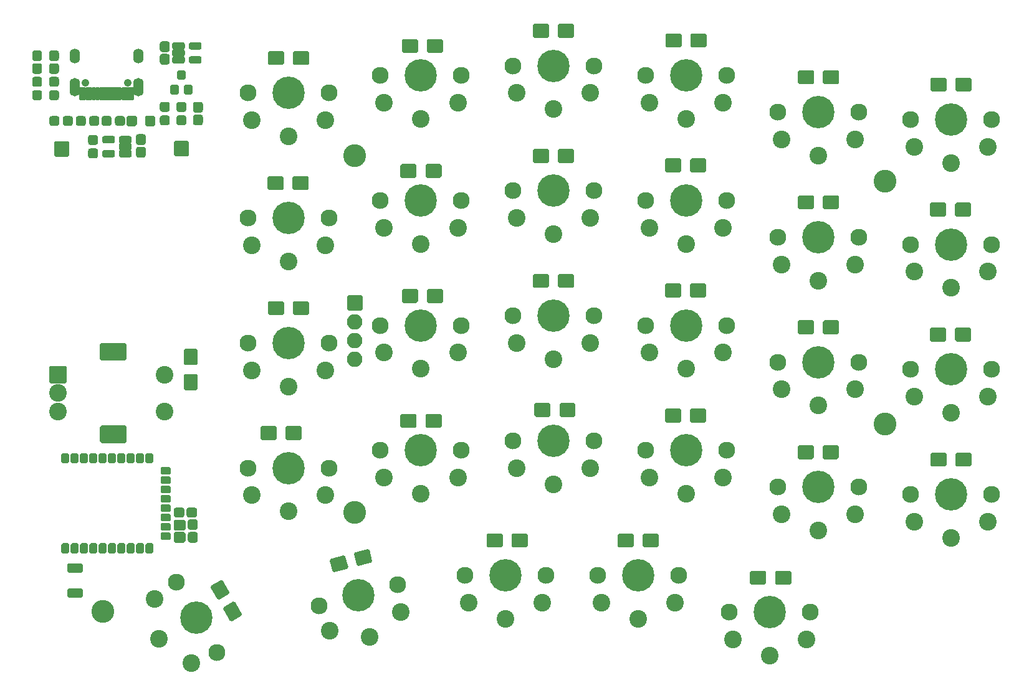
<source format=gts>
G04 #@! TF.GenerationSoftware,KiCad,Pcbnew,(5.1.8-0-10_14)*
G04 #@! TF.CreationDate,2020-12-13T09:21:38-07:00*
G04 #@! TF.ProjectId,BlueSof,426c7565-536f-4662-9e6b-696361645f70,rev?*
G04 #@! TF.SameCoordinates,Original*
G04 #@! TF.FileFunction,Soldermask,Top*
G04 #@! TF.FilePolarity,Negative*
%FSLAX46Y46*%
G04 Gerber Fmt 4.6, Leading zero omitted, Abs format (unit mm)*
G04 Created by KiCad (PCBNEW (5.1.8-0-10_14)) date 2020-12-13 09:21:38*
%MOMM*%
%LPD*%
G01*
G04 APERTURE LIST*
%ADD10C,2.300000*%
%ADD11C,4.400000*%
%ADD12C,2.400000*%
%ADD13C,3.100000*%
%ADD14O,1.400000X2.500000*%
%ADD15C,1.050000*%
%ADD16O,1.400000X2.000000*%
%ADD17O,2.100000X2.100000*%
G04 APERTURE END LIST*
D10*
X111750000Y-130163140D03*
X106250000Y-120636860D03*
D11*
X109000000Y-125400000D03*
D12*
X103890450Y-128350000D03*
X103295706Y-122919873D03*
X108295706Y-131580127D03*
D10*
X174500000Y-119700000D03*
X163500000Y-119700000D03*
D11*
X169000000Y-119700000D03*
D12*
X169000000Y-125600000D03*
X164000000Y-123400000D03*
X174000000Y-123400000D03*
D10*
X192400000Y-124700000D03*
X181400000Y-124700000D03*
D11*
X186900000Y-124700000D03*
D12*
X186900000Y-130600000D03*
X181900000Y-128400000D03*
X191900000Y-128400000D03*
D13*
X96300000Y-124600000D03*
X130500000Y-111100000D03*
X202500000Y-99100000D03*
X202500000Y-66100000D03*
X130500000Y-62600000D03*
G36*
G01*
X89000000Y-93400000D02*
X89000000Y-91400000D01*
G75*
G02*
X89200000Y-91200000I200000J0D01*
G01*
X91200000Y-91200000D01*
G75*
G02*
X91400000Y-91400000I0J-200000D01*
G01*
X91400000Y-93400000D01*
G75*
G02*
X91200000Y-93600000I-200000J0D01*
G01*
X89200000Y-93600000D01*
G75*
G02*
X89000000Y-93400000I0J200000D01*
G01*
G37*
D12*
X90200000Y-94900000D03*
X90200000Y-97400000D03*
G36*
G01*
X95900000Y-90300000D02*
X95900000Y-88300000D01*
G75*
G02*
X96100000Y-88100000I200000J0D01*
G01*
X99300000Y-88100000D01*
G75*
G02*
X99500000Y-88300000I0J-200000D01*
G01*
X99500000Y-90300000D01*
G75*
G02*
X99300000Y-90500000I-200000J0D01*
G01*
X96100000Y-90500000D01*
G75*
G02*
X95900000Y-90300000I0J200000D01*
G01*
G37*
G36*
G01*
X95900000Y-101500000D02*
X95900000Y-99500000D01*
G75*
G02*
X96100000Y-99300000I200000J0D01*
G01*
X99300000Y-99300000D01*
G75*
G02*
X99500000Y-99500000I0J-200000D01*
G01*
X99500000Y-101500000D01*
G75*
G02*
X99300000Y-101700000I-200000J0D01*
G01*
X96100000Y-101700000D01*
G75*
G02*
X95900000Y-101500000I0J200000D01*
G01*
G37*
X104700000Y-92400000D03*
X104700000Y-97400000D03*
G36*
G01*
X103125000Y-115519000D02*
X103125000Y-116519000D01*
G75*
G02*
X102925000Y-116719000I-200000J0D01*
G01*
X102275000Y-116719000D01*
G75*
G02*
X102075000Y-116519000I0J200000D01*
G01*
X102075000Y-115519000D01*
G75*
G02*
X102275000Y-115319000I200000J0D01*
G01*
X102925000Y-115319000D01*
G75*
G02*
X103125000Y-115519000I0J-200000D01*
G01*
G37*
G36*
G01*
X101855000Y-115519000D02*
X101855000Y-116519000D01*
G75*
G02*
X101655000Y-116719000I-200000J0D01*
G01*
X101005000Y-116719000D01*
G75*
G02*
X100805000Y-116519000I0J200000D01*
G01*
X100805000Y-115519000D01*
G75*
G02*
X101005000Y-115319000I200000J0D01*
G01*
X101655000Y-115319000D01*
G75*
G02*
X101855000Y-115519000I0J-200000D01*
G01*
G37*
G36*
G01*
X100585000Y-115519000D02*
X100585000Y-116519000D01*
G75*
G02*
X100385000Y-116719000I-200000J0D01*
G01*
X99735000Y-116719000D01*
G75*
G02*
X99535000Y-116519000I0J200000D01*
G01*
X99535000Y-115519000D01*
G75*
G02*
X99735000Y-115319000I200000J0D01*
G01*
X100385000Y-115319000D01*
G75*
G02*
X100585000Y-115519000I0J-200000D01*
G01*
G37*
G36*
G01*
X99315000Y-115519000D02*
X99315000Y-116519000D01*
G75*
G02*
X99115000Y-116719000I-200000J0D01*
G01*
X98465000Y-116719000D01*
G75*
G02*
X98265000Y-116519000I0J200000D01*
G01*
X98265000Y-115519000D01*
G75*
G02*
X98465000Y-115319000I200000J0D01*
G01*
X99115000Y-115319000D01*
G75*
G02*
X99315000Y-115519000I0J-200000D01*
G01*
G37*
G36*
G01*
X98045000Y-115519000D02*
X98045000Y-116519000D01*
G75*
G02*
X97845000Y-116719000I-200000J0D01*
G01*
X97195000Y-116719000D01*
G75*
G02*
X96995000Y-116519000I0J200000D01*
G01*
X96995000Y-115519000D01*
G75*
G02*
X97195000Y-115319000I200000J0D01*
G01*
X97845000Y-115319000D01*
G75*
G02*
X98045000Y-115519000I0J-200000D01*
G01*
G37*
G36*
G01*
X96775000Y-115519000D02*
X96775000Y-116519000D01*
G75*
G02*
X96575000Y-116719000I-200000J0D01*
G01*
X95925000Y-116719000D01*
G75*
G02*
X95725000Y-116519000I0J200000D01*
G01*
X95725000Y-115519000D01*
G75*
G02*
X95925000Y-115319000I200000J0D01*
G01*
X96575000Y-115319000D01*
G75*
G02*
X96775000Y-115519000I0J-200000D01*
G01*
G37*
G36*
G01*
X95505000Y-115519000D02*
X95505000Y-116519000D01*
G75*
G02*
X95305000Y-116719000I-200000J0D01*
G01*
X94655000Y-116719000D01*
G75*
G02*
X94455000Y-116519000I0J200000D01*
G01*
X94455000Y-115519000D01*
G75*
G02*
X94655000Y-115319000I200000J0D01*
G01*
X95305000Y-115319000D01*
G75*
G02*
X95505000Y-115519000I0J-200000D01*
G01*
G37*
G36*
G01*
X94235000Y-115519000D02*
X94235000Y-116519000D01*
G75*
G02*
X94035000Y-116719000I-200000J0D01*
G01*
X93385000Y-116719000D01*
G75*
G02*
X93185000Y-116519000I0J200000D01*
G01*
X93185000Y-115519000D01*
G75*
G02*
X93385000Y-115319000I200000J0D01*
G01*
X94035000Y-115319000D01*
G75*
G02*
X94235000Y-115519000I0J-200000D01*
G01*
G37*
G36*
G01*
X92965000Y-115519000D02*
X92965000Y-116519000D01*
G75*
G02*
X92765000Y-116719000I-200000J0D01*
G01*
X92115000Y-116719000D01*
G75*
G02*
X91915000Y-116519000I0J200000D01*
G01*
X91915000Y-115519000D01*
G75*
G02*
X92115000Y-115319000I200000J0D01*
G01*
X92765000Y-115319000D01*
G75*
G02*
X92965000Y-115519000I0J-200000D01*
G01*
G37*
G36*
G01*
X91695000Y-115519000D02*
X91695000Y-116519000D01*
G75*
G02*
X91495000Y-116719000I-200000J0D01*
G01*
X90845000Y-116719000D01*
G75*
G02*
X90645000Y-116519000I0J200000D01*
G01*
X90645000Y-115519000D01*
G75*
G02*
X90845000Y-115319000I200000J0D01*
G01*
X91495000Y-115319000D01*
G75*
G02*
X91695000Y-115519000I0J-200000D01*
G01*
G37*
G36*
G01*
X99315000Y-103281000D02*
X99315000Y-104281000D01*
G75*
G02*
X99115000Y-104481000I-200000J0D01*
G01*
X98465000Y-104481000D01*
G75*
G02*
X98265000Y-104281000I0J200000D01*
G01*
X98265000Y-103281000D01*
G75*
G02*
X98465000Y-103081000I200000J0D01*
G01*
X99115000Y-103081000D01*
G75*
G02*
X99315000Y-103281000I0J-200000D01*
G01*
G37*
G36*
G01*
X91695000Y-103281000D02*
X91695000Y-104281000D01*
G75*
G02*
X91495000Y-104481000I-200000J0D01*
G01*
X90845000Y-104481000D01*
G75*
G02*
X90645000Y-104281000I0J200000D01*
G01*
X90645000Y-103281000D01*
G75*
G02*
X90845000Y-103081000I200000J0D01*
G01*
X91495000Y-103081000D01*
G75*
G02*
X91695000Y-103281000I0J-200000D01*
G01*
G37*
G36*
G01*
X98045000Y-103281000D02*
X98045000Y-104281000D01*
G75*
G02*
X97845000Y-104481000I-200000J0D01*
G01*
X97195000Y-104481000D01*
G75*
G02*
X96995000Y-104281000I0J200000D01*
G01*
X96995000Y-103281000D01*
G75*
G02*
X97195000Y-103081000I200000J0D01*
G01*
X97845000Y-103081000D01*
G75*
G02*
X98045000Y-103281000I0J-200000D01*
G01*
G37*
G36*
G01*
X92965000Y-103281000D02*
X92965000Y-104281000D01*
G75*
G02*
X92765000Y-104481000I-200000J0D01*
G01*
X92115000Y-104481000D01*
G75*
G02*
X91915000Y-104281000I0J200000D01*
G01*
X91915000Y-103281000D01*
G75*
G02*
X92115000Y-103081000I200000J0D01*
G01*
X92765000Y-103081000D01*
G75*
G02*
X92965000Y-103281000I0J-200000D01*
G01*
G37*
G36*
G01*
X94235000Y-103281000D02*
X94235000Y-104281000D01*
G75*
G02*
X94035000Y-104481000I-200000J0D01*
G01*
X93385000Y-104481000D01*
G75*
G02*
X93185000Y-104281000I0J200000D01*
G01*
X93185000Y-103281000D01*
G75*
G02*
X93385000Y-103081000I200000J0D01*
G01*
X94035000Y-103081000D01*
G75*
G02*
X94235000Y-103281000I0J-200000D01*
G01*
G37*
G36*
G01*
X95505000Y-103281000D02*
X95505000Y-104281000D01*
G75*
G02*
X95305000Y-104481000I-200000J0D01*
G01*
X94655000Y-104481000D01*
G75*
G02*
X94455000Y-104281000I0J200000D01*
G01*
X94455000Y-103281000D01*
G75*
G02*
X94655000Y-103081000I200000J0D01*
G01*
X95305000Y-103081000D01*
G75*
G02*
X95505000Y-103281000I0J-200000D01*
G01*
G37*
G36*
G01*
X100585000Y-103281000D02*
X100585000Y-104281000D01*
G75*
G02*
X100385000Y-104481000I-200000J0D01*
G01*
X99735000Y-104481000D01*
G75*
G02*
X99535000Y-104281000I0J200000D01*
G01*
X99535000Y-103281000D01*
G75*
G02*
X99735000Y-103081000I200000J0D01*
G01*
X100385000Y-103081000D01*
G75*
G02*
X100585000Y-103281000I0J-200000D01*
G01*
G37*
G36*
G01*
X96775000Y-103281000D02*
X96775000Y-104281000D01*
G75*
G02*
X96575000Y-104481000I-200000J0D01*
G01*
X95925000Y-104481000D01*
G75*
G02*
X95725000Y-104281000I0J200000D01*
G01*
X95725000Y-103281000D01*
G75*
G02*
X95925000Y-103081000I200000J0D01*
G01*
X96575000Y-103081000D01*
G75*
G02*
X96775000Y-103281000I0J-200000D01*
G01*
G37*
G36*
G01*
X101855000Y-103281000D02*
X101855000Y-104281000D01*
G75*
G02*
X101655000Y-104481000I-200000J0D01*
G01*
X101005000Y-104481000D01*
G75*
G02*
X100805000Y-104281000I0J200000D01*
G01*
X100805000Y-103281000D01*
G75*
G02*
X101005000Y-103081000I200000J0D01*
G01*
X101655000Y-103081000D01*
G75*
G02*
X101855000Y-103281000I0J-200000D01*
G01*
G37*
G36*
G01*
X103125000Y-103281000D02*
X103125000Y-104281000D01*
G75*
G02*
X102925000Y-104481000I-200000J0D01*
G01*
X102275000Y-104481000D01*
G75*
G02*
X102075000Y-104281000I0J200000D01*
G01*
X102075000Y-103281000D01*
G75*
G02*
X102275000Y-103081000I200000J0D01*
G01*
X102925000Y-103081000D01*
G75*
G02*
X103125000Y-103281000I0J-200000D01*
G01*
G37*
G36*
G01*
X104319000Y-106225000D02*
X105319000Y-106225000D01*
G75*
G02*
X105519000Y-106425000I0J-200000D01*
G01*
X105519000Y-107075000D01*
G75*
G02*
X105319000Y-107275000I-200000J0D01*
G01*
X104319000Y-107275000D01*
G75*
G02*
X104119000Y-107075000I0J200000D01*
G01*
X104119000Y-106425000D01*
G75*
G02*
X104319000Y-106225000I200000J0D01*
G01*
G37*
G36*
G01*
X104319000Y-113845000D02*
X105319000Y-113845000D01*
G75*
G02*
X105519000Y-114045000I0J-200000D01*
G01*
X105519000Y-114695000D01*
G75*
G02*
X105319000Y-114895000I-200000J0D01*
G01*
X104319000Y-114895000D01*
G75*
G02*
X104119000Y-114695000I0J200000D01*
G01*
X104119000Y-114045000D01*
G75*
G02*
X104319000Y-113845000I200000J0D01*
G01*
G37*
G36*
G01*
X104319000Y-107495000D02*
X105319000Y-107495000D01*
G75*
G02*
X105519000Y-107695000I0J-200000D01*
G01*
X105519000Y-108345000D01*
G75*
G02*
X105319000Y-108545000I-200000J0D01*
G01*
X104319000Y-108545000D01*
G75*
G02*
X104119000Y-108345000I0J200000D01*
G01*
X104119000Y-107695000D01*
G75*
G02*
X104319000Y-107495000I200000J0D01*
G01*
G37*
G36*
G01*
X104319000Y-112575000D02*
X105319000Y-112575000D01*
G75*
G02*
X105519000Y-112775000I0J-200000D01*
G01*
X105519000Y-113425000D01*
G75*
G02*
X105319000Y-113625000I-200000J0D01*
G01*
X104319000Y-113625000D01*
G75*
G02*
X104119000Y-113425000I0J200000D01*
G01*
X104119000Y-112775000D01*
G75*
G02*
X104319000Y-112575000I200000J0D01*
G01*
G37*
G36*
G01*
X104319000Y-111305000D02*
X105319000Y-111305000D01*
G75*
G02*
X105519000Y-111505000I0J-200000D01*
G01*
X105519000Y-112155000D01*
G75*
G02*
X105319000Y-112355000I-200000J0D01*
G01*
X104319000Y-112355000D01*
G75*
G02*
X104119000Y-112155000I0J200000D01*
G01*
X104119000Y-111505000D01*
G75*
G02*
X104319000Y-111305000I200000J0D01*
G01*
G37*
G36*
G01*
X104319000Y-110035000D02*
X105319000Y-110035000D01*
G75*
G02*
X105519000Y-110235000I0J-200000D01*
G01*
X105519000Y-110885000D01*
G75*
G02*
X105319000Y-111085000I-200000J0D01*
G01*
X104319000Y-111085000D01*
G75*
G02*
X104119000Y-110885000I0J200000D01*
G01*
X104119000Y-110235000D01*
G75*
G02*
X104319000Y-110035000I200000J0D01*
G01*
G37*
G36*
G01*
X104319000Y-104955000D02*
X105319000Y-104955000D01*
G75*
G02*
X105519000Y-105155000I0J-200000D01*
G01*
X105519000Y-105805000D01*
G75*
G02*
X105319000Y-106005000I-200000J0D01*
G01*
X104319000Y-106005000D01*
G75*
G02*
X104119000Y-105805000I0J200000D01*
G01*
X104119000Y-105155000D01*
G75*
G02*
X104319000Y-104955000I200000J0D01*
G01*
G37*
G36*
G01*
X104319000Y-108765000D02*
X105319000Y-108765000D01*
G75*
G02*
X105519000Y-108965000I0J-200000D01*
G01*
X105519000Y-109615000D01*
G75*
G02*
X105319000Y-109815000I-200000J0D01*
G01*
X104319000Y-109815000D01*
G75*
G02*
X104119000Y-109615000I0J200000D01*
G01*
X104119000Y-108965000D01*
G75*
G02*
X104319000Y-108765000I200000J0D01*
G01*
G37*
D14*
X101120000Y-53280000D03*
X92480000Y-53280000D03*
D15*
X93910000Y-52750000D03*
D16*
X92480000Y-49100000D03*
D15*
X99690000Y-52750000D03*
D16*
X101120000Y-49100000D03*
G36*
G01*
X94050000Y-53470000D02*
X94050000Y-54920000D01*
G75*
G02*
X93850000Y-55120000I-200000J0D01*
G01*
X93250000Y-55120000D01*
G75*
G02*
X93050000Y-54920000I0J200000D01*
G01*
X93050000Y-53470000D01*
G75*
G02*
X93250000Y-53270000I200000J0D01*
G01*
X93850000Y-53270000D01*
G75*
G02*
X94050000Y-53470000I0J-200000D01*
G01*
G37*
G36*
G01*
X94850000Y-53470000D02*
X94850000Y-54920000D01*
G75*
G02*
X94650000Y-55120000I-200000J0D01*
G01*
X94050000Y-55120000D01*
G75*
G02*
X93850000Y-54920000I0J200000D01*
G01*
X93850000Y-53470000D01*
G75*
G02*
X94050000Y-53270000I200000J0D01*
G01*
X94650000Y-53270000D01*
G75*
G02*
X94850000Y-53470000I0J-200000D01*
G01*
G37*
G36*
G01*
X99750000Y-53470000D02*
X99750000Y-54920000D01*
G75*
G02*
X99550000Y-55120000I-200000J0D01*
G01*
X98950000Y-55120000D01*
G75*
G02*
X98750000Y-54920000I0J200000D01*
G01*
X98750000Y-53470000D01*
G75*
G02*
X98950000Y-53270000I200000J0D01*
G01*
X99550000Y-53270000D01*
G75*
G02*
X99750000Y-53470000I0J-200000D01*
G01*
G37*
G36*
G01*
X100550000Y-53470000D02*
X100550000Y-54920000D01*
G75*
G02*
X100350000Y-55120000I-200000J0D01*
G01*
X99750000Y-55120000D01*
G75*
G02*
X99550000Y-54920000I0J200000D01*
G01*
X99550000Y-53470000D01*
G75*
G02*
X99750000Y-53270000I200000J0D01*
G01*
X100350000Y-53270000D01*
G75*
G02*
X100550000Y-53470000I0J-200000D01*
G01*
G37*
G36*
G01*
X100550000Y-53470000D02*
X100550000Y-54920000D01*
G75*
G02*
X100350000Y-55120000I-200000J0D01*
G01*
X99750000Y-55120000D01*
G75*
G02*
X99550000Y-54920000I0J200000D01*
G01*
X99550000Y-53470000D01*
G75*
G02*
X99750000Y-53270000I200000J0D01*
G01*
X100350000Y-53270000D01*
G75*
G02*
X100550000Y-53470000I0J-200000D01*
G01*
G37*
G36*
G01*
X99750000Y-53470000D02*
X99750000Y-54920000D01*
G75*
G02*
X99550000Y-55120000I-200000J0D01*
G01*
X98950000Y-55120000D01*
G75*
G02*
X98750000Y-54920000I0J200000D01*
G01*
X98750000Y-53470000D01*
G75*
G02*
X98950000Y-53270000I200000J0D01*
G01*
X99550000Y-53270000D01*
G75*
G02*
X99750000Y-53470000I0J-200000D01*
G01*
G37*
G36*
G01*
X94850000Y-53470000D02*
X94850000Y-54920000D01*
G75*
G02*
X94650000Y-55120000I-200000J0D01*
G01*
X94050000Y-55120000D01*
G75*
G02*
X93850000Y-54920000I0J200000D01*
G01*
X93850000Y-53470000D01*
G75*
G02*
X94050000Y-53270000I200000J0D01*
G01*
X94650000Y-53270000D01*
G75*
G02*
X94850000Y-53470000I0J-200000D01*
G01*
G37*
G36*
G01*
X94050000Y-53470000D02*
X94050000Y-54920000D01*
G75*
G02*
X93850000Y-55120000I-200000J0D01*
G01*
X93250000Y-55120000D01*
G75*
G02*
X93050000Y-54920000I0J200000D01*
G01*
X93050000Y-53470000D01*
G75*
G02*
X93250000Y-53270000I200000J0D01*
G01*
X93850000Y-53270000D01*
G75*
G02*
X94050000Y-53470000I0J-200000D01*
G01*
G37*
G36*
G01*
X98900000Y-53470000D02*
X98900000Y-54920000D01*
G75*
G02*
X98700000Y-55120000I-200000J0D01*
G01*
X98400000Y-55120000D01*
G75*
G02*
X98200000Y-54920000I0J200000D01*
G01*
X98200000Y-53470000D01*
G75*
G02*
X98400000Y-53270000I200000J0D01*
G01*
X98700000Y-53270000D01*
G75*
G02*
X98900000Y-53470000I0J-200000D01*
G01*
G37*
G36*
G01*
X98400000Y-53470000D02*
X98400000Y-54920000D01*
G75*
G02*
X98200000Y-55120000I-200000J0D01*
G01*
X97900000Y-55120000D01*
G75*
G02*
X97700000Y-54920000I0J200000D01*
G01*
X97700000Y-53470000D01*
G75*
G02*
X97900000Y-53270000I200000J0D01*
G01*
X98200000Y-53270000D01*
G75*
G02*
X98400000Y-53470000I0J-200000D01*
G01*
G37*
G36*
G01*
X97900000Y-53470000D02*
X97900000Y-54920000D01*
G75*
G02*
X97700000Y-55120000I-200000J0D01*
G01*
X97400000Y-55120000D01*
G75*
G02*
X97200000Y-54920000I0J200000D01*
G01*
X97200000Y-53470000D01*
G75*
G02*
X97400000Y-53270000I200000J0D01*
G01*
X97700000Y-53270000D01*
G75*
G02*
X97900000Y-53470000I0J-200000D01*
G01*
G37*
G36*
G01*
X96900000Y-53470000D02*
X96900000Y-54920000D01*
G75*
G02*
X96700000Y-55120000I-200000J0D01*
G01*
X96400000Y-55120000D01*
G75*
G02*
X96200000Y-54920000I0J200000D01*
G01*
X96200000Y-53470000D01*
G75*
G02*
X96400000Y-53270000I200000J0D01*
G01*
X96700000Y-53270000D01*
G75*
G02*
X96900000Y-53470000I0J-200000D01*
G01*
G37*
G36*
G01*
X96400000Y-53470000D02*
X96400000Y-54920000D01*
G75*
G02*
X96200000Y-55120000I-200000J0D01*
G01*
X95900000Y-55120000D01*
G75*
G02*
X95700000Y-54920000I0J200000D01*
G01*
X95700000Y-53470000D01*
G75*
G02*
X95900000Y-53270000I200000J0D01*
G01*
X96200000Y-53270000D01*
G75*
G02*
X96400000Y-53470000I0J-200000D01*
G01*
G37*
G36*
G01*
X95900000Y-53470000D02*
X95900000Y-54920000D01*
G75*
G02*
X95700000Y-55120000I-200000J0D01*
G01*
X95400000Y-55120000D01*
G75*
G02*
X95200000Y-54920000I0J200000D01*
G01*
X95200000Y-53470000D01*
G75*
G02*
X95400000Y-53270000I200000J0D01*
G01*
X95700000Y-53270000D01*
G75*
G02*
X95900000Y-53470000I0J-200000D01*
G01*
G37*
G36*
G01*
X95400000Y-53470000D02*
X95400000Y-54920000D01*
G75*
G02*
X95200000Y-55120000I-200000J0D01*
G01*
X94900000Y-55120000D01*
G75*
G02*
X94700000Y-54920000I0J200000D01*
G01*
X94700000Y-53470000D01*
G75*
G02*
X94900000Y-53270000I200000J0D01*
G01*
X95200000Y-53270000D01*
G75*
G02*
X95400000Y-53470000I0J-200000D01*
G01*
G37*
G36*
G01*
X97400000Y-53470000D02*
X97400000Y-54920000D01*
G75*
G02*
X97200000Y-55120000I-200000J0D01*
G01*
X96900000Y-55120000D01*
G75*
G02*
X96700000Y-54920000I0J200000D01*
G01*
X96700000Y-53470000D01*
G75*
G02*
X96900000Y-53270000I200000J0D01*
G01*
X97200000Y-53270000D01*
G75*
G02*
X97400000Y-53470000I0J-200000D01*
G01*
G37*
D14*
X92480000Y-53280000D03*
X101120000Y-53280000D03*
D15*
X99690000Y-52750000D03*
D16*
X101120000Y-49100000D03*
D15*
X93910000Y-52750000D03*
D16*
X92480000Y-49100000D03*
G36*
G01*
X91550000Y-62750000D02*
X89850000Y-62750000D01*
G75*
G02*
X89650000Y-62550000I0J200000D01*
G01*
X89650000Y-60850000D01*
G75*
G02*
X89850000Y-60650000I200000J0D01*
G01*
X91550000Y-60650000D01*
G75*
G02*
X91750000Y-60850000I0J-200000D01*
G01*
X91750000Y-62550000D01*
G75*
G02*
X91550000Y-62750000I-200000J0D01*
G01*
G37*
G36*
G01*
X105900000Y-62500000D02*
X105900000Y-60800000D01*
G75*
G02*
X106100000Y-60600000I200000J0D01*
G01*
X107800000Y-60600000D01*
G75*
G02*
X108000000Y-60800000I0J-200000D01*
G01*
X108000000Y-62500000D01*
G75*
G02*
X107800000Y-62700000I-200000J0D01*
G01*
X106100000Y-62700000D01*
G75*
G02*
X105900000Y-62500000I0J200000D01*
G01*
G37*
D17*
X130500000Y-90270000D03*
X130500000Y-87730000D03*
X130500000Y-85190000D03*
G36*
G01*
X129450000Y-83500000D02*
X129450000Y-81800000D01*
G75*
G02*
X129650000Y-81600000I200000J0D01*
G01*
X131350000Y-81600000D01*
G75*
G02*
X131550000Y-81800000I0J-200000D01*
G01*
X131550000Y-83500000D01*
G75*
G02*
X131350000Y-83700000I-200000J0D01*
G01*
X129650000Y-83700000D01*
G75*
G02*
X129450000Y-83500000I0J200000D01*
G01*
G37*
G36*
G01*
X106100000Y-113800000D02*
X107300000Y-113800000D01*
G75*
G02*
X107500000Y-114000000I0J-200000D01*
G01*
X107500000Y-115050000D01*
G75*
G02*
X107300000Y-115250000I-200000J0D01*
G01*
X106100000Y-115250000D01*
G75*
G02*
X105900000Y-115050000I0J200000D01*
G01*
X105900000Y-114000000D01*
G75*
G02*
X106100000Y-113800000I200000J0D01*
G01*
G37*
G36*
G01*
X106100000Y-112150000D02*
X107300000Y-112150000D01*
G75*
G02*
X107500000Y-112350000I0J-200000D01*
G01*
X107500000Y-113400000D01*
G75*
G02*
X107300000Y-113600000I-200000J0D01*
G01*
X106100000Y-113600000D01*
G75*
G02*
X105900000Y-113400000I0J200000D01*
G01*
X105900000Y-112350000D01*
G75*
G02*
X106100000Y-112150000I200000J0D01*
G01*
G37*
G36*
G01*
X107975000Y-47950000D02*
X107975000Y-47450000D01*
G75*
G02*
X108225000Y-47200000I250000J0D01*
G01*
X109450000Y-47200000D01*
G75*
G02*
X109700000Y-47450000I0J-250000D01*
G01*
X109700000Y-47950000D01*
G75*
G02*
X109450000Y-48200000I-250000J0D01*
G01*
X108225000Y-48200000D01*
G75*
G02*
X107975000Y-47950000I0J250000D01*
G01*
G37*
G36*
G01*
X107975000Y-49850000D02*
X107975000Y-49350000D01*
G75*
G02*
X108225000Y-49100000I250000J0D01*
G01*
X109450000Y-49100000D01*
G75*
G02*
X109700000Y-49350000I0J-250000D01*
G01*
X109700000Y-49850000D01*
G75*
G02*
X109450000Y-50100000I-250000J0D01*
G01*
X108225000Y-50100000D01*
G75*
G02*
X107975000Y-49850000I0J250000D01*
G01*
G37*
G36*
G01*
X105700000Y-49850000D02*
X105700000Y-49350000D01*
G75*
G02*
X105950000Y-49100000I250000J0D01*
G01*
X107175000Y-49100000D01*
G75*
G02*
X107425000Y-49350000I0J-250000D01*
G01*
X107425000Y-49850000D01*
G75*
G02*
X107175000Y-50100000I-250000J0D01*
G01*
X105950000Y-50100000D01*
G75*
G02*
X105700000Y-49850000I0J250000D01*
G01*
G37*
G36*
G01*
X105700000Y-48900000D02*
X105700000Y-48400000D01*
G75*
G02*
X105950000Y-48150000I250000J0D01*
G01*
X107175000Y-48150000D01*
G75*
G02*
X107425000Y-48400000I0J-250000D01*
G01*
X107425000Y-48900000D01*
G75*
G02*
X107175000Y-49150000I-250000J0D01*
G01*
X105950000Y-49150000D01*
G75*
G02*
X105700000Y-48900000I0J250000D01*
G01*
G37*
G36*
G01*
X105700000Y-47950000D02*
X105700000Y-47450000D01*
G75*
G02*
X105950000Y-47200000I250000J0D01*
G01*
X107175000Y-47200000D01*
G75*
G02*
X107425000Y-47450000I0J-250000D01*
G01*
X107425000Y-47950000D01*
G75*
G02*
X107175000Y-48200000I-250000J0D01*
G01*
X105950000Y-48200000D01*
G75*
G02*
X105700000Y-47950000I0J250000D01*
G01*
G37*
G36*
G01*
X97925000Y-62100000D02*
X97925000Y-62600000D01*
G75*
G02*
X97675000Y-62850000I-250000J0D01*
G01*
X96450000Y-62850000D01*
G75*
G02*
X96200000Y-62600000I0J250000D01*
G01*
X96200000Y-62100000D01*
G75*
G02*
X96450000Y-61850000I250000J0D01*
G01*
X97675000Y-61850000D01*
G75*
G02*
X97925000Y-62100000I0J-250000D01*
G01*
G37*
G36*
G01*
X97925000Y-60200000D02*
X97925000Y-60700000D01*
G75*
G02*
X97675000Y-60950000I-250000J0D01*
G01*
X96450000Y-60950000D01*
G75*
G02*
X96200000Y-60700000I0J250000D01*
G01*
X96200000Y-60200000D01*
G75*
G02*
X96450000Y-59950000I250000J0D01*
G01*
X97675000Y-59950000D01*
G75*
G02*
X97925000Y-60200000I0J-250000D01*
G01*
G37*
G36*
G01*
X100200000Y-60200000D02*
X100200000Y-60700000D01*
G75*
G02*
X99950000Y-60950000I-250000J0D01*
G01*
X98725000Y-60950000D01*
G75*
G02*
X98475000Y-60700000I0J250000D01*
G01*
X98475000Y-60200000D01*
G75*
G02*
X98725000Y-59950000I250000J0D01*
G01*
X99950000Y-59950000D01*
G75*
G02*
X100200000Y-60200000I0J-250000D01*
G01*
G37*
G36*
G01*
X100200000Y-61150000D02*
X100200000Y-61650000D01*
G75*
G02*
X99950000Y-61900000I-250000J0D01*
G01*
X98725000Y-61900000D01*
G75*
G02*
X98475000Y-61650000I0J250000D01*
G01*
X98475000Y-61150000D01*
G75*
G02*
X98725000Y-60900000I250000J0D01*
G01*
X99950000Y-60900000D01*
G75*
G02*
X100200000Y-61150000I0J-250000D01*
G01*
G37*
G36*
G01*
X100200000Y-62100000D02*
X100200000Y-62600000D01*
G75*
G02*
X99950000Y-62850000I-250000J0D01*
G01*
X98725000Y-62850000D01*
G75*
G02*
X98475000Y-62600000I0J250000D01*
G01*
X98475000Y-62100000D01*
G75*
G02*
X98725000Y-61850000I250000J0D01*
G01*
X99950000Y-61850000D01*
G75*
G02*
X100200000Y-62100000I0J-250000D01*
G01*
G37*
G36*
G01*
X93350000Y-119350000D02*
X91650000Y-119350000D01*
G75*
G02*
X91450000Y-119150000I0J200000D01*
G01*
X91450000Y-118250000D01*
G75*
G02*
X91650000Y-118050000I200000J0D01*
G01*
X93350000Y-118050000D01*
G75*
G02*
X93550000Y-118250000I0J-200000D01*
G01*
X93550000Y-119150000D01*
G75*
G02*
X93350000Y-119350000I-200000J0D01*
G01*
G37*
G36*
G01*
X93350000Y-122750000D02*
X91650000Y-122750000D01*
G75*
G02*
X91450000Y-122550000I0J200000D01*
G01*
X91450000Y-121650000D01*
G75*
G02*
X91650000Y-121450000I200000J0D01*
G01*
X93350000Y-121450000D01*
G75*
G02*
X93550000Y-121650000I0J-200000D01*
G01*
X93550000Y-122550000D01*
G75*
G02*
X93350000Y-122750000I-200000J0D01*
G01*
G37*
G36*
G01*
X97925000Y-58237500D02*
X97925000Y-57562500D01*
G75*
G02*
X98262500Y-57225000I337500J0D01*
G01*
X98962500Y-57225000D01*
G75*
G02*
X99300000Y-57562500I0J-337500D01*
G01*
X99300000Y-58237500D01*
G75*
G02*
X98962500Y-58575000I-337500J0D01*
G01*
X98262500Y-58575000D01*
G75*
G02*
X97925000Y-58237500I0J337500D01*
G01*
G37*
G36*
G01*
X96100000Y-58237500D02*
X96100000Y-57562500D01*
G75*
G02*
X96437500Y-57225000I337500J0D01*
G01*
X97137500Y-57225000D01*
G75*
G02*
X97475000Y-57562500I0J-337500D01*
G01*
X97475000Y-58237500D01*
G75*
G02*
X97137500Y-58575000I-337500J0D01*
G01*
X96437500Y-58575000D01*
G75*
G02*
X96100000Y-58237500I0J337500D01*
G01*
G37*
G36*
G01*
X90387500Y-57562500D02*
X90387500Y-58237500D01*
G75*
G02*
X90050000Y-58575000I-337500J0D01*
G01*
X89350000Y-58575000D01*
G75*
G02*
X89012500Y-58237500I0J337500D01*
G01*
X89012500Y-57562500D01*
G75*
G02*
X89350000Y-57225000I337500J0D01*
G01*
X90050000Y-57225000D01*
G75*
G02*
X90387500Y-57562500I0J-337500D01*
G01*
G37*
G36*
G01*
X92212500Y-57562500D02*
X92212500Y-58237500D01*
G75*
G02*
X91875000Y-58575000I-337500J0D01*
G01*
X91175000Y-58575000D01*
G75*
G02*
X90837500Y-58237500I0J337500D01*
G01*
X90837500Y-57562500D01*
G75*
G02*
X91175000Y-57225000I337500J0D01*
G01*
X91875000Y-57225000D01*
G75*
G02*
X92212500Y-57562500I0J-337500D01*
G01*
G37*
G36*
G01*
X94425000Y-58237500D02*
X94425000Y-57562500D01*
G75*
G02*
X94762500Y-57225000I337500J0D01*
G01*
X95462500Y-57225000D01*
G75*
G02*
X95800000Y-57562500I0J-337500D01*
G01*
X95800000Y-58237500D01*
G75*
G02*
X95462500Y-58575000I-337500J0D01*
G01*
X94762500Y-58575000D01*
G75*
G02*
X94425000Y-58237500I0J337500D01*
G01*
G37*
G36*
G01*
X92600000Y-58237500D02*
X92600000Y-57562500D01*
G75*
G02*
X92937500Y-57225000I337500J0D01*
G01*
X93637500Y-57225000D01*
G75*
G02*
X93975000Y-57562500I0J-337500D01*
G01*
X93975000Y-58237500D01*
G75*
G02*
X93637500Y-58575000I-337500J0D01*
G01*
X92937500Y-58575000D01*
G75*
G02*
X92600000Y-58237500I0J337500D01*
G01*
G37*
G36*
G01*
X89312500Y-53712500D02*
X89987500Y-53712500D01*
G75*
G02*
X90325000Y-54050000I0J-337500D01*
G01*
X90325000Y-54750000D01*
G75*
G02*
X89987500Y-55087500I-337500J0D01*
G01*
X89312500Y-55087500D01*
G75*
G02*
X88975000Y-54750000I0J337500D01*
G01*
X88975000Y-54050000D01*
G75*
G02*
X89312500Y-53712500I337500J0D01*
G01*
G37*
G36*
G01*
X89312500Y-51887500D02*
X89987500Y-51887500D01*
G75*
G02*
X90325000Y-52225000I0J-337500D01*
G01*
X90325000Y-52925000D01*
G75*
G02*
X89987500Y-53262500I-337500J0D01*
G01*
X89312500Y-53262500D01*
G75*
G02*
X88975000Y-52925000I0J337500D01*
G01*
X88975000Y-52225000D01*
G75*
G02*
X89312500Y-51887500I337500J0D01*
G01*
G37*
G36*
G01*
X106612500Y-57125000D02*
X107287500Y-57125000D01*
G75*
G02*
X107625000Y-57462500I0J-337500D01*
G01*
X107625000Y-58162500D01*
G75*
G02*
X107287500Y-58500000I-337500J0D01*
G01*
X106612500Y-58500000D01*
G75*
G02*
X106275000Y-58162500I0J337500D01*
G01*
X106275000Y-57462500D01*
G75*
G02*
X106612500Y-57125000I337500J0D01*
G01*
G37*
G36*
G01*
X106612500Y-55300000D02*
X107287500Y-55300000D01*
G75*
G02*
X107625000Y-55637500I0J-337500D01*
G01*
X107625000Y-56337500D01*
G75*
G02*
X107287500Y-56675000I-337500J0D01*
G01*
X106612500Y-56675000D01*
G75*
G02*
X106275000Y-56337500I0J337500D01*
G01*
X106275000Y-55637500D01*
G75*
G02*
X106612500Y-55300000I337500J0D01*
G01*
G37*
G36*
G01*
X105037500Y-56675000D02*
X104362500Y-56675000D01*
G75*
G02*
X104025000Y-56337500I0J337500D01*
G01*
X104025000Y-55637500D01*
G75*
G02*
X104362500Y-55300000I337500J0D01*
G01*
X105037500Y-55300000D01*
G75*
G02*
X105375000Y-55637500I0J-337500D01*
G01*
X105375000Y-56337500D01*
G75*
G02*
X105037500Y-56675000I-337500J0D01*
G01*
G37*
G36*
G01*
X105037500Y-58500000D02*
X104362500Y-58500000D01*
G75*
G02*
X104025000Y-58162500I0J337500D01*
G01*
X104025000Y-57462500D01*
G75*
G02*
X104362500Y-57125000I337500J0D01*
G01*
X105037500Y-57125000D01*
G75*
G02*
X105375000Y-57462500I0J-337500D01*
G01*
X105375000Y-58162500D01*
G75*
G02*
X105037500Y-58500000I-337500J0D01*
G01*
G37*
G36*
G01*
X95287500Y-61175000D02*
X94612500Y-61175000D01*
G75*
G02*
X94275000Y-60837500I0J337500D01*
G01*
X94275000Y-60137500D01*
G75*
G02*
X94612500Y-59800000I337500J0D01*
G01*
X95287500Y-59800000D01*
G75*
G02*
X95625000Y-60137500I0J-337500D01*
G01*
X95625000Y-60837500D01*
G75*
G02*
X95287500Y-61175000I-337500J0D01*
G01*
G37*
G36*
G01*
X95287500Y-63000000D02*
X94612500Y-63000000D01*
G75*
G02*
X94275000Y-62662500I0J337500D01*
G01*
X94275000Y-61962500D01*
G75*
G02*
X94612500Y-61625000I337500J0D01*
G01*
X95287500Y-61625000D01*
G75*
G02*
X95625000Y-61962500I0J-337500D01*
G01*
X95625000Y-62662500D01*
G75*
G02*
X95287500Y-63000000I-337500J0D01*
G01*
G37*
G36*
G01*
X87012500Y-53712500D02*
X87687500Y-53712500D01*
G75*
G02*
X88025000Y-54050000I0J-337500D01*
G01*
X88025000Y-54750000D01*
G75*
G02*
X87687500Y-55087500I-337500J0D01*
G01*
X87012500Y-55087500D01*
G75*
G02*
X86675000Y-54750000I0J337500D01*
G01*
X86675000Y-54050000D01*
G75*
G02*
X87012500Y-53712500I337500J0D01*
G01*
G37*
G36*
G01*
X87012500Y-51887500D02*
X87687500Y-51887500D01*
G75*
G02*
X88025000Y-52225000I0J-337500D01*
G01*
X88025000Y-52925000D01*
G75*
G02*
X87687500Y-53262500I-337500J0D01*
G01*
X87012500Y-53262500D01*
G75*
G02*
X86675000Y-52925000I0J337500D01*
G01*
X86675000Y-52225000D01*
G75*
G02*
X87012500Y-51887500I337500J0D01*
G01*
G37*
G36*
G01*
X107350000Y-52300000D02*
X106550000Y-52300000D01*
G75*
G02*
X106350000Y-52100000I0J200000D01*
G01*
X106350000Y-51200000D01*
G75*
G02*
X106550000Y-51000000I200000J0D01*
G01*
X107350000Y-51000000D01*
G75*
G02*
X107550000Y-51200000I0J-200000D01*
G01*
X107550000Y-52100000D01*
G75*
G02*
X107350000Y-52300000I-200000J0D01*
G01*
G37*
G36*
G01*
X108300000Y-54300000D02*
X107500000Y-54300000D01*
G75*
G02*
X107300000Y-54100000I0J200000D01*
G01*
X107300000Y-53200000D01*
G75*
G02*
X107500000Y-53000000I200000J0D01*
G01*
X108300000Y-53000000D01*
G75*
G02*
X108500000Y-53200000I0J-200000D01*
G01*
X108500000Y-54100000D01*
G75*
G02*
X108300000Y-54300000I-200000J0D01*
G01*
G37*
G36*
G01*
X106400000Y-54300000D02*
X105600000Y-54300000D01*
G75*
G02*
X105400000Y-54100000I0J200000D01*
G01*
X105400000Y-53200000D01*
G75*
G02*
X105600000Y-53000000I200000J0D01*
G01*
X106400000Y-53000000D01*
G75*
G02*
X106600000Y-53200000I0J-200000D01*
G01*
X106600000Y-54100000D01*
G75*
G02*
X106400000Y-54300000I-200000J0D01*
G01*
G37*
G36*
G01*
X102000000Y-58400000D02*
X102000000Y-57400000D01*
G75*
G02*
X102200000Y-57200000I200000J0D01*
G01*
X103200000Y-57200000D01*
G75*
G02*
X103400000Y-57400000I0J-200000D01*
G01*
X103400000Y-58400000D01*
G75*
G02*
X103200000Y-58600000I-200000J0D01*
G01*
X102200000Y-58600000D01*
G75*
G02*
X102000000Y-58400000I0J200000D01*
G01*
G37*
G36*
G01*
X99500000Y-58400000D02*
X99500000Y-57400000D01*
G75*
G02*
X99700000Y-57200000I200000J0D01*
G01*
X100700000Y-57200000D01*
G75*
G02*
X100900000Y-57400000I0J-200000D01*
G01*
X100900000Y-58400000D01*
G75*
G02*
X100700000Y-58600000I-200000J0D01*
G01*
X99700000Y-58600000D01*
G75*
G02*
X99500000Y-58400000I0J200000D01*
G01*
G37*
G36*
G01*
X89987500Y-49750000D02*
X89312500Y-49750000D01*
G75*
G02*
X88975000Y-49412500I0J337500D01*
G01*
X88975000Y-48637500D01*
G75*
G02*
X89312500Y-48300000I337500J0D01*
G01*
X89987500Y-48300000D01*
G75*
G02*
X90325000Y-48637500I0J-337500D01*
G01*
X90325000Y-49412500D01*
G75*
G02*
X89987500Y-49750000I-337500J0D01*
G01*
G37*
G36*
G01*
X89987500Y-51500000D02*
X89312500Y-51500000D01*
G75*
G02*
X88975000Y-51162500I0J337500D01*
G01*
X88975000Y-50387500D01*
G75*
G02*
X89312500Y-50050000I337500J0D01*
G01*
X89987500Y-50050000D01*
G75*
G02*
X90325000Y-50387500I0J-337500D01*
G01*
X90325000Y-51162500D01*
G75*
G02*
X89987500Y-51500000I-337500J0D01*
G01*
G37*
G36*
G01*
X87687500Y-49750000D02*
X87012500Y-49750000D01*
G75*
G02*
X86675000Y-49412500I0J337500D01*
G01*
X86675000Y-48637500D01*
G75*
G02*
X87012500Y-48300000I337500J0D01*
G01*
X87687500Y-48300000D01*
G75*
G02*
X88025000Y-48637500I0J-337500D01*
G01*
X88025000Y-49412500D01*
G75*
G02*
X87687500Y-49750000I-337500J0D01*
G01*
G37*
G36*
G01*
X87687500Y-51500000D02*
X87012500Y-51500000D01*
G75*
G02*
X86675000Y-51162500I0J337500D01*
G01*
X86675000Y-50387500D01*
G75*
G02*
X87012500Y-50050000I337500J0D01*
G01*
X87687500Y-50050000D01*
G75*
G02*
X88025000Y-50387500I0J-337500D01*
G01*
X88025000Y-51162500D01*
G75*
G02*
X87687500Y-51500000I-337500J0D01*
G01*
G37*
G36*
G01*
X186400000Y-119250000D02*
X186400000Y-120750000D01*
G75*
G02*
X186200000Y-120950000I-200000J0D01*
G01*
X184400000Y-120950000D01*
G75*
G02*
X184200000Y-120750000I0J200000D01*
G01*
X184200000Y-119250000D01*
G75*
G02*
X184400000Y-119050000I200000J0D01*
G01*
X186200000Y-119050000D01*
G75*
G02*
X186400000Y-119250000I0J-200000D01*
G01*
G37*
G36*
G01*
X189800000Y-119250000D02*
X189800000Y-120750000D01*
G75*
G02*
X189600000Y-120950000I-200000J0D01*
G01*
X187800000Y-120950000D01*
G75*
G02*
X187600000Y-120750000I0J200000D01*
G01*
X187600000Y-119250000D01*
G75*
G02*
X187800000Y-119050000I200000J0D01*
G01*
X189600000Y-119050000D01*
G75*
G02*
X189800000Y-119250000I0J-200000D01*
G01*
G37*
G36*
G01*
X108862500Y-57025000D02*
X109537500Y-57025000D01*
G75*
G02*
X109875000Y-57362500I0J-337500D01*
G01*
X109875000Y-58162500D01*
G75*
G02*
X109537500Y-58500000I-337500J0D01*
G01*
X108862500Y-58500000D01*
G75*
G02*
X108525000Y-58162500I0J337500D01*
G01*
X108525000Y-57362500D01*
G75*
G02*
X108862500Y-57025000I337500J0D01*
G01*
G37*
G36*
G01*
X108862500Y-55300000D02*
X109537500Y-55300000D01*
G75*
G02*
X109875000Y-55637500I0J-337500D01*
G01*
X109875000Y-56437500D01*
G75*
G02*
X109537500Y-56775000I-337500J0D01*
G01*
X108862500Y-56775000D01*
G75*
G02*
X108525000Y-56437500I0J337500D01*
G01*
X108525000Y-55637500D01*
G75*
G02*
X108862500Y-55300000I337500J0D01*
G01*
G37*
G36*
G01*
X101112500Y-61412500D02*
X101787500Y-61412500D01*
G75*
G02*
X102125000Y-61750000I0J-337500D01*
G01*
X102125000Y-62550000D01*
G75*
G02*
X101787500Y-62887500I-337500J0D01*
G01*
X101112500Y-62887500D01*
G75*
G02*
X100775000Y-62550000I0J337500D01*
G01*
X100775000Y-61750000D01*
G75*
G02*
X101112500Y-61412500I337500J0D01*
G01*
G37*
G36*
G01*
X101112500Y-59687500D02*
X101787500Y-59687500D01*
G75*
G02*
X102125000Y-60025000I0J-337500D01*
G01*
X102125000Y-60825000D01*
G75*
G02*
X101787500Y-61162500I-337500J0D01*
G01*
X101112500Y-61162500D01*
G75*
G02*
X100775000Y-60825000I0J337500D01*
G01*
X100775000Y-60025000D01*
G75*
G02*
X101112500Y-59687500I337500J0D01*
G01*
G37*
G36*
G01*
X108162500Y-113775000D02*
X108837500Y-113775000D01*
G75*
G02*
X109175000Y-114112500I0J-337500D01*
G01*
X109175000Y-114912500D01*
G75*
G02*
X108837500Y-115250000I-337500J0D01*
G01*
X108162500Y-115250000D01*
G75*
G02*
X107825000Y-114912500I0J337500D01*
G01*
X107825000Y-114112500D01*
G75*
G02*
X108162500Y-113775000I337500J0D01*
G01*
G37*
G36*
G01*
X108162500Y-112050000D02*
X108837500Y-112050000D01*
G75*
G02*
X109175000Y-112387500I0J-337500D01*
G01*
X109175000Y-113187500D01*
G75*
G02*
X108837500Y-113525000I-337500J0D01*
G01*
X108162500Y-113525000D01*
G75*
G02*
X107825000Y-113187500I0J337500D01*
G01*
X107825000Y-112387500D01*
G75*
G02*
X108162500Y-112050000I337500J0D01*
G01*
G37*
G36*
G01*
X107375000Y-110812500D02*
X107375000Y-111487500D01*
G75*
G02*
X107037500Y-111825000I-337500J0D01*
G01*
X106237500Y-111825000D01*
G75*
G02*
X105900000Y-111487500I0J337500D01*
G01*
X105900000Y-110812500D01*
G75*
G02*
X106237500Y-110475000I337500J0D01*
G01*
X107037500Y-110475000D01*
G75*
G02*
X107375000Y-110812500I0J-337500D01*
G01*
G37*
G36*
G01*
X109100000Y-110812500D02*
X109100000Y-111487500D01*
G75*
G02*
X108762500Y-111825000I-337500J0D01*
G01*
X107962500Y-111825000D01*
G75*
G02*
X107625000Y-111487500I0J337500D01*
G01*
X107625000Y-110812500D01*
G75*
G02*
X107962500Y-110475000I337500J0D01*
G01*
X108762500Y-110475000D01*
G75*
G02*
X109100000Y-110812500I0J-337500D01*
G01*
G37*
G36*
G01*
X104362500Y-48775000D02*
X105037500Y-48775000D01*
G75*
G02*
X105375000Y-49112500I0J-337500D01*
G01*
X105375000Y-49912500D01*
G75*
G02*
X105037500Y-50250000I-337500J0D01*
G01*
X104362500Y-50250000D01*
G75*
G02*
X104025000Y-49912500I0J337500D01*
G01*
X104025000Y-49112500D01*
G75*
G02*
X104362500Y-48775000I337500J0D01*
G01*
G37*
G36*
G01*
X104362500Y-47050000D02*
X105037500Y-47050000D01*
G75*
G02*
X105375000Y-47387500I0J-337500D01*
G01*
X105375000Y-48187500D01*
G75*
G02*
X105037500Y-48525000I-337500J0D01*
G01*
X104362500Y-48525000D01*
G75*
G02*
X104025000Y-48187500I0J337500D01*
G01*
X104025000Y-47387500D01*
G75*
G02*
X104362500Y-47050000I337500J0D01*
G01*
G37*
G36*
G01*
X168400000Y-114200000D02*
X168400000Y-115700000D01*
G75*
G02*
X168200000Y-115900000I-200000J0D01*
G01*
X166400000Y-115900000D01*
G75*
G02*
X166200000Y-115700000I0J200000D01*
G01*
X166200000Y-114200000D01*
G75*
G02*
X166400000Y-114000000I200000J0D01*
G01*
X168200000Y-114000000D01*
G75*
G02*
X168400000Y-114200000I0J-200000D01*
G01*
G37*
G36*
G01*
X171800000Y-114200000D02*
X171800000Y-115700000D01*
G75*
G02*
X171600000Y-115900000I-200000J0D01*
G01*
X169800000Y-115900000D01*
G75*
G02*
X169600000Y-115700000I0J200000D01*
G01*
X169600000Y-114200000D01*
G75*
G02*
X169800000Y-114000000I200000J0D01*
G01*
X171600000Y-114000000D01*
G75*
G02*
X171800000Y-114200000I0J-200000D01*
G01*
G37*
G36*
G01*
X150600000Y-114200000D02*
X150600000Y-115700000D01*
G75*
G02*
X150400000Y-115900000I-200000J0D01*
G01*
X148600000Y-115900000D01*
G75*
G02*
X148400000Y-115700000I0J200000D01*
G01*
X148400000Y-114200000D01*
G75*
G02*
X148600000Y-114000000I200000J0D01*
G01*
X150400000Y-114000000D01*
G75*
G02*
X150600000Y-114200000I0J-200000D01*
G01*
G37*
G36*
G01*
X154000000Y-114200000D02*
X154000000Y-115700000D01*
G75*
G02*
X153800000Y-115900000I-200000J0D01*
G01*
X152000000Y-115900000D01*
G75*
G02*
X151800000Y-115700000I0J200000D01*
G01*
X151800000Y-114200000D01*
G75*
G02*
X152000000Y-114000000I200000J0D01*
G01*
X153800000Y-114000000D01*
G75*
G02*
X154000000Y-114200000I0J-200000D01*
G01*
G37*
G36*
G01*
X129226330Y-117130846D02*
X129614559Y-118579735D01*
G75*
G02*
X129473138Y-118824684I-193185J-51764D01*
G01*
X127734471Y-119290559D01*
G75*
G02*
X127489522Y-119149138I-51764J193185D01*
G01*
X127101293Y-117700249D01*
G75*
G02*
X127242714Y-117455300I193185J51764D01*
G01*
X128981381Y-116989425D01*
G75*
G02*
X129226330Y-117130846I51764J-193185D01*
G01*
G37*
G36*
G01*
X132510478Y-116250862D02*
X132898707Y-117699751D01*
G75*
G02*
X132757286Y-117944700I-193185J-51764D01*
G01*
X131018619Y-118410575D01*
G75*
G02*
X130773670Y-118269154I-51764J193185D01*
G01*
X130385441Y-116820265D01*
G75*
G02*
X130526862Y-116575316I193185J51764D01*
G01*
X132265529Y-116109441D01*
G75*
G02*
X132510478Y-116250862I51764J-193185D01*
G01*
G37*
G36*
G01*
X113399519Y-122233385D02*
X112100481Y-122983385D01*
G75*
G02*
X111827276Y-122910180I-100000J173205D01*
G01*
X110927276Y-121351334D01*
G75*
G02*
X111000481Y-121078129I173205J100000D01*
G01*
X112299519Y-120328129D01*
G75*
G02*
X112572724Y-120401334I100000J-173205D01*
G01*
X113472724Y-121960180D01*
G75*
G02*
X113399519Y-122233385I-173205J-100000D01*
G01*
G37*
G36*
G01*
X115099519Y-125177871D02*
X113800481Y-125927871D01*
G75*
G02*
X113527276Y-125854666I-100000J173205D01*
G01*
X112627276Y-124295820D01*
G75*
G02*
X112700481Y-124022615I173205J100000D01*
G01*
X113999519Y-123272615D01*
G75*
G02*
X114272724Y-123345820I100000J-173205D01*
G01*
X115172724Y-124904666D01*
G75*
G02*
X115099519Y-125177871I-173205J-100000D01*
G01*
G37*
G36*
G01*
X107450000Y-92300000D02*
X108950000Y-92300000D01*
G75*
G02*
X109150000Y-92500000I0J-200000D01*
G01*
X109150000Y-94300000D01*
G75*
G02*
X108950000Y-94500000I-200000J0D01*
G01*
X107450000Y-94500000D01*
G75*
G02*
X107250000Y-94300000I0J200000D01*
G01*
X107250000Y-92500000D01*
G75*
G02*
X107450000Y-92300000I200000J0D01*
G01*
G37*
G36*
G01*
X107450000Y-88900000D02*
X108950000Y-88900000D01*
G75*
G02*
X109150000Y-89100000I0J-200000D01*
G01*
X109150000Y-90900000D01*
G75*
G02*
X108950000Y-91100000I-200000J0D01*
G01*
X107450000Y-91100000D01*
G75*
G02*
X107250000Y-90900000I0J200000D01*
G01*
X107250000Y-89100000D01*
G75*
G02*
X107450000Y-88900000I200000J0D01*
G01*
G37*
G36*
G01*
X210900000Y-103200000D02*
X210900000Y-104700000D01*
G75*
G02*
X210700000Y-104900000I-200000J0D01*
G01*
X208900000Y-104900000D01*
G75*
G02*
X208700000Y-104700000I0J200000D01*
G01*
X208700000Y-103200000D01*
G75*
G02*
X208900000Y-103000000I200000J0D01*
G01*
X210700000Y-103000000D01*
G75*
G02*
X210900000Y-103200000I0J-200000D01*
G01*
G37*
G36*
G01*
X214300000Y-103200000D02*
X214300000Y-104700000D01*
G75*
G02*
X214100000Y-104900000I-200000J0D01*
G01*
X212300000Y-104900000D01*
G75*
G02*
X212100000Y-104700000I0J200000D01*
G01*
X212100000Y-103200000D01*
G75*
G02*
X212300000Y-103000000I200000J0D01*
G01*
X214100000Y-103000000D01*
G75*
G02*
X214300000Y-103200000I0J-200000D01*
G01*
G37*
G36*
G01*
X192850000Y-102200000D02*
X192850000Y-103700000D01*
G75*
G02*
X192650000Y-103900000I-200000J0D01*
G01*
X190850000Y-103900000D01*
G75*
G02*
X190650000Y-103700000I0J200000D01*
G01*
X190650000Y-102200000D01*
G75*
G02*
X190850000Y-102000000I200000J0D01*
G01*
X192650000Y-102000000D01*
G75*
G02*
X192850000Y-102200000I0J-200000D01*
G01*
G37*
G36*
G01*
X196250000Y-102200000D02*
X196250000Y-103700000D01*
G75*
G02*
X196050000Y-103900000I-200000J0D01*
G01*
X194250000Y-103900000D01*
G75*
G02*
X194050000Y-103700000I0J200000D01*
G01*
X194050000Y-102200000D01*
G75*
G02*
X194250000Y-102000000I200000J0D01*
G01*
X196050000Y-102000000D01*
G75*
G02*
X196250000Y-102200000I0J-200000D01*
G01*
G37*
G36*
G01*
X174850000Y-97200000D02*
X174850000Y-98700000D01*
G75*
G02*
X174650000Y-98900000I-200000J0D01*
G01*
X172850000Y-98900000D01*
G75*
G02*
X172650000Y-98700000I0J200000D01*
G01*
X172650000Y-97200000D01*
G75*
G02*
X172850000Y-97000000I200000J0D01*
G01*
X174650000Y-97000000D01*
G75*
G02*
X174850000Y-97200000I0J-200000D01*
G01*
G37*
G36*
G01*
X178250000Y-97200000D02*
X178250000Y-98700000D01*
G75*
G02*
X178050000Y-98900000I-200000J0D01*
G01*
X176250000Y-98900000D01*
G75*
G02*
X176050000Y-98700000I0J200000D01*
G01*
X176050000Y-97200000D01*
G75*
G02*
X176250000Y-97000000I200000J0D01*
G01*
X178050000Y-97000000D01*
G75*
G02*
X178250000Y-97200000I0J-200000D01*
G01*
G37*
G36*
G01*
X157100000Y-96450000D02*
X157100000Y-97950000D01*
G75*
G02*
X156900000Y-98150000I-200000J0D01*
G01*
X155100000Y-98150000D01*
G75*
G02*
X154900000Y-97950000I0J200000D01*
G01*
X154900000Y-96450000D01*
G75*
G02*
X155100000Y-96250000I200000J0D01*
G01*
X156900000Y-96250000D01*
G75*
G02*
X157100000Y-96450000I0J-200000D01*
G01*
G37*
G36*
G01*
X160500000Y-96450000D02*
X160500000Y-97950000D01*
G75*
G02*
X160300000Y-98150000I-200000J0D01*
G01*
X158500000Y-98150000D01*
G75*
G02*
X158300000Y-97950000I0J200000D01*
G01*
X158300000Y-96450000D01*
G75*
G02*
X158500000Y-96250000I200000J0D01*
G01*
X160300000Y-96250000D01*
G75*
G02*
X160500000Y-96450000I0J-200000D01*
G01*
G37*
G36*
G01*
X138900000Y-97950000D02*
X138900000Y-99450000D01*
G75*
G02*
X138700000Y-99650000I-200000J0D01*
G01*
X136900000Y-99650000D01*
G75*
G02*
X136700000Y-99450000I0J200000D01*
G01*
X136700000Y-97950000D01*
G75*
G02*
X136900000Y-97750000I200000J0D01*
G01*
X138700000Y-97750000D01*
G75*
G02*
X138900000Y-97950000I0J-200000D01*
G01*
G37*
G36*
G01*
X142300000Y-97950000D02*
X142300000Y-99450000D01*
G75*
G02*
X142100000Y-99650000I-200000J0D01*
G01*
X140300000Y-99650000D01*
G75*
G02*
X140100000Y-99450000I0J200000D01*
G01*
X140100000Y-97950000D01*
G75*
G02*
X140300000Y-97750000I200000J0D01*
G01*
X142100000Y-97750000D01*
G75*
G02*
X142300000Y-97950000I0J-200000D01*
G01*
G37*
G36*
G01*
X119900000Y-99600000D02*
X119900000Y-101100000D01*
G75*
G02*
X119700000Y-101300000I-200000J0D01*
G01*
X117900000Y-101300000D01*
G75*
G02*
X117700000Y-101100000I0J200000D01*
G01*
X117700000Y-99600000D01*
G75*
G02*
X117900000Y-99400000I200000J0D01*
G01*
X119700000Y-99400000D01*
G75*
G02*
X119900000Y-99600000I0J-200000D01*
G01*
G37*
G36*
G01*
X123300000Y-99600000D02*
X123300000Y-101100000D01*
G75*
G02*
X123100000Y-101300000I-200000J0D01*
G01*
X121300000Y-101300000D01*
G75*
G02*
X121100000Y-101100000I0J200000D01*
G01*
X121100000Y-99600000D01*
G75*
G02*
X121300000Y-99400000I200000J0D01*
G01*
X123100000Y-99400000D01*
G75*
G02*
X123300000Y-99600000I0J-200000D01*
G01*
G37*
G36*
G01*
X210850000Y-86200000D02*
X210850000Y-87700000D01*
G75*
G02*
X210650000Y-87900000I-200000J0D01*
G01*
X208850000Y-87900000D01*
G75*
G02*
X208650000Y-87700000I0J200000D01*
G01*
X208650000Y-86200000D01*
G75*
G02*
X208850000Y-86000000I200000J0D01*
G01*
X210650000Y-86000000D01*
G75*
G02*
X210850000Y-86200000I0J-200000D01*
G01*
G37*
G36*
G01*
X214250000Y-86200000D02*
X214250000Y-87700000D01*
G75*
G02*
X214050000Y-87900000I-200000J0D01*
G01*
X212250000Y-87900000D01*
G75*
G02*
X212050000Y-87700000I0J200000D01*
G01*
X212050000Y-86200000D01*
G75*
G02*
X212250000Y-86000000I200000J0D01*
G01*
X214050000Y-86000000D01*
G75*
G02*
X214250000Y-86200000I0J-200000D01*
G01*
G37*
G36*
G01*
X192900000Y-85200000D02*
X192900000Y-86700000D01*
G75*
G02*
X192700000Y-86900000I-200000J0D01*
G01*
X190900000Y-86900000D01*
G75*
G02*
X190700000Y-86700000I0J200000D01*
G01*
X190700000Y-85200000D01*
G75*
G02*
X190900000Y-85000000I200000J0D01*
G01*
X192700000Y-85000000D01*
G75*
G02*
X192900000Y-85200000I0J-200000D01*
G01*
G37*
G36*
G01*
X196300000Y-85200000D02*
X196300000Y-86700000D01*
G75*
G02*
X196100000Y-86900000I-200000J0D01*
G01*
X194300000Y-86900000D01*
G75*
G02*
X194100000Y-86700000I0J200000D01*
G01*
X194100000Y-85200000D01*
G75*
G02*
X194300000Y-85000000I200000J0D01*
G01*
X196100000Y-85000000D01*
G75*
G02*
X196300000Y-85200000I0J-200000D01*
G01*
G37*
G36*
G01*
X174850000Y-80200000D02*
X174850000Y-81700000D01*
G75*
G02*
X174650000Y-81900000I-200000J0D01*
G01*
X172850000Y-81900000D01*
G75*
G02*
X172650000Y-81700000I0J200000D01*
G01*
X172650000Y-80200000D01*
G75*
G02*
X172850000Y-80000000I200000J0D01*
G01*
X174650000Y-80000000D01*
G75*
G02*
X174850000Y-80200000I0J-200000D01*
G01*
G37*
G36*
G01*
X178250000Y-80200000D02*
X178250000Y-81700000D01*
G75*
G02*
X178050000Y-81900000I-200000J0D01*
G01*
X176250000Y-81900000D01*
G75*
G02*
X176050000Y-81700000I0J200000D01*
G01*
X176050000Y-80200000D01*
G75*
G02*
X176250000Y-80000000I200000J0D01*
G01*
X178050000Y-80000000D01*
G75*
G02*
X178250000Y-80200000I0J-200000D01*
G01*
G37*
G36*
G01*
X156900000Y-78900000D02*
X156900000Y-80400000D01*
G75*
G02*
X156700000Y-80600000I-200000J0D01*
G01*
X154900000Y-80600000D01*
G75*
G02*
X154700000Y-80400000I0J200000D01*
G01*
X154700000Y-78900000D01*
G75*
G02*
X154900000Y-78700000I200000J0D01*
G01*
X156700000Y-78700000D01*
G75*
G02*
X156900000Y-78900000I0J-200000D01*
G01*
G37*
G36*
G01*
X160300000Y-78900000D02*
X160300000Y-80400000D01*
G75*
G02*
X160100000Y-80600000I-200000J0D01*
G01*
X158300000Y-80600000D01*
G75*
G02*
X158100000Y-80400000I0J200000D01*
G01*
X158100000Y-78900000D01*
G75*
G02*
X158300000Y-78700000I200000J0D01*
G01*
X160100000Y-78700000D01*
G75*
G02*
X160300000Y-78900000I0J-200000D01*
G01*
G37*
G36*
G01*
X139100000Y-80950000D02*
X139100000Y-82450000D01*
G75*
G02*
X138900000Y-82650000I-200000J0D01*
G01*
X137100000Y-82650000D01*
G75*
G02*
X136900000Y-82450000I0J200000D01*
G01*
X136900000Y-80950000D01*
G75*
G02*
X137100000Y-80750000I200000J0D01*
G01*
X138900000Y-80750000D01*
G75*
G02*
X139100000Y-80950000I0J-200000D01*
G01*
G37*
G36*
G01*
X142500000Y-80950000D02*
X142500000Y-82450000D01*
G75*
G02*
X142300000Y-82650000I-200000J0D01*
G01*
X140500000Y-82650000D01*
G75*
G02*
X140300000Y-82450000I0J200000D01*
G01*
X140300000Y-80950000D01*
G75*
G02*
X140500000Y-80750000I200000J0D01*
G01*
X142300000Y-80750000D01*
G75*
G02*
X142500000Y-80950000I0J-200000D01*
G01*
G37*
G36*
G01*
X120900000Y-82600000D02*
X120900000Y-84100000D01*
G75*
G02*
X120700000Y-84300000I-200000J0D01*
G01*
X118900000Y-84300000D01*
G75*
G02*
X118700000Y-84100000I0J200000D01*
G01*
X118700000Y-82600000D01*
G75*
G02*
X118900000Y-82400000I200000J0D01*
G01*
X120700000Y-82400000D01*
G75*
G02*
X120900000Y-82600000I0J-200000D01*
G01*
G37*
G36*
G01*
X124300000Y-82600000D02*
X124300000Y-84100000D01*
G75*
G02*
X124100000Y-84300000I-200000J0D01*
G01*
X122300000Y-84300000D01*
G75*
G02*
X122100000Y-84100000I0J200000D01*
G01*
X122100000Y-82600000D01*
G75*
G02*
X122300000Y-82400000I200000J0D01*
G01*
X124100000Y-82400000D01*
G75*
G02*
X124300000Y-82600000I0J-200000D01*
G01*
G37*
G36*
G01*
X210850000Y-69200000D02*
X210850000Y-70700000D01*
G75*
G02*
X210650000Y-70900000I-200000J0D01*
G01*
X208850000Y-70900000D01*
G75*
G02*
X208650000Y-70700000I0J200000D01*
G01*
X208650000Y-69200000D01*
G75*
G02*
X208850000Y-69000000I200000J0D01*
G01*
X210650000Y-69000000D01*
G75*
G02*
X210850000Y-69200000I0J-200000D01*
G01*
G37*
G36*
G01*
X214250000Y-69200000D02*
X214250000Y-70700000D01*
G75*
G02*
X214050000Y-70900000I-200000J0D01*
G01*
X212250000Y-70900000D01*
G75*
G02*
X212050000Y-70700000I0J200000D01*
G01*
X212050000Y-69200000D01*
G75*
G02*
X212250000Y-69000000I200000J0D01*
G01*
X214050000Y-69000000D01*
G75*
G02*
X214250000Y-69200000I0J-200000D01*
G01*
G37*
G36*
G01*
X192900000Y-68200000D02*
X192900000Y-69700000D01*
G75*
G02*
X192700000Y-69900000I-200000J0D01*
G01*
X190900000Y-69900000D01*
G75*
G02*
X190700000Y-69700000I0J200000D01*
G01*
X190700000Y-68200000D01*
G75*
G02*
X190900000Y-68000000I200000J0D01*
G01*
X192700000Y-68000000D01*
G75*
G02*
X192900000Y-68200000I0J-200000D01*
G01*
G37*
G36*
G01*
X196300000Y-68200000D02*
X196300000Y-69700000D01*
G75*
G02*
X196100000Y-69900000I-200000J0D01*
G01*
X194300000Y-69900000D01*
G75*
G02*
X194100000Y-69700000I0J200000D01*
G01*
X194100000Y-68200000D01*
G75*
G02*
X194300000Y-68000000I200000J0D01*
G01*
X196100000Y-68000000D01*
G75*
G02*
X196300000Y-68200000I0J-200000D01*
G01*
G37*
G36*
G01*
X174850000Y-63200000D02*
X174850000Y-64700000D01*
G75*
G02*
X174650000Y-64900000I-200000J0D01*
G01*
X172850000Y-64900000D01*
G75*
G02*
X172650000Y-64700000I0J200000D01*
G01*
X172650000Y-63200000D01*
G75*
G02*
X172850000Y-63000000I200000J0D01*
G01*
X174650000Y-63000000D01*
G75*
G02*
X174850000Y-63200000I0J-200000D01*
G01*
G37*
G36*
G01*
X178250000Y-63200000D02*
X178250000Y-64700000D01*
G75*
G02*
X178050000Y-64900000I-200000J0D01*
G01*
X176250000Y-64900000D01*
G75*
G02*
X176050000Y-64700000I0J200000D01*
G01*
X176050000Y-63200000D01*
G75*
G02*
X176250000Y-63000000I200000J0D01*
G01*
X178050000Y-63000000D01*
G75*
G02*
X178250000Y-63200000I0J-200000D01*
G01*
G37*
G36*
G01*
X156900000Y-61900000D02*
X156900000Y-63400000D01*
G75*
G02*
X156700000Y-63600000I-200000J0D01*
G01*
X154900000Y-63600000D01*
G75*
G02*
X154700000Y-63400000I0J200000D01*
G01*
X154700000Y-61900000D01*
G75*
G02*
X154900000Y-61700000I200000J0D01*
G01*
X156700000Y-61700000D01*
G75*
G02*
X156900000Y-61900000I0J-200000D01*
G01*
G37*
G36*
G01*
X160300000Y-61900000D02*
X160300000Y-63400000D01*
G75*
G02*
X160100000Y-63600000I-200000J0D01*
G01*
X158300000Y-63600000D01*
G75*
G02*
X158100000Y-63400000I0J200000D01*
G01*
X158100000Y-61900000D01*
G75*
G02*
X158300000Y-61700000I200000J0D01*
G01*
X160100000Y-61700000D01*
G75*
G02*
X160300000Y-61900000I0J-200000D01*
G01*
G37*
G36*
G01*
X138900000Y-63950000D02*
X138900000Y-65450000D01*
G75*
G02*
X138700000Y-65650000I-200000J0D01*
G01*
X136900000Y-65650000D01*
G75*
G02*
X136700000Y-65450000I0J200000D01*
G01*
X136700000Y-63950000D01*
G75*
G02*
X136900000Y-63750000I200000J0D01*
G01*
X138700000Y-63750000D01*
G75*
G02*
X138900000Y-63950000I0J-200000D01*
G01*
G37*
G36*
G01*
X142300000Y-63950000D02*
X142300000Y-65450000D01*
G75*
G02*
X142100000Y-65650000I-200000J0D01*
G01*
X140300000Y-65650000D01*
G75*
G02*
X140100000Y-65450000I0J200000D01*
G01*
X140100000Y-63950000D01*
G75*
G02*
X140300000Y-63750000I200000J0D01*
G01*
X142100000Y-63750000D01*
G75*
G02*
X142300000Y-63950000I0J-200000D01*
G01*
G37*
G36*
G01*
X120850000Y-65600000D02*
X120850000Y-67100000D01*
G75*
G02*
X120650000Y-67300000I-200000J0D01*
G01*
X118850000Y-67300000D01*
G75*
G02*
X118650000Y-67100000I0J200000D01*
G01*
X118650000Y-65600000D01*
G75*
G02*
X118850000Y-65400000I200000J0D01*
G01*
X120650000Y-65400000D01*
G75*
G02*
X120850000Y-65600000I0J-200000D01*
G01*
G37*
G36*
G01*
X124250000Y-65600000D02*
X124250000Y-67100000D01*
G75*
G02*
X124050000Y-67300000I-200000J0D01*
G01*
X122250000Y-67300000D01*
G75*
G02*
X122050000Y-67100000I0J200000D01*
G01*
X122050000Y-65600000D01*
G75*
G02*
X122250000Y-65400000I200000J0D01*
G01*
X124050000Y-65400000D01*
G75*
G02*
X124250000Y-65600000I0J-200000D01*
G01*
G37*
G36*
G01*
X210900000Y-52200000D02*
X210900000Y-53700000D01*
G75*
G02*
X210700000Y-53900000I-200000J0D01*
G01*
X208900000Y-53900000D01*
G75*
G02*
X208700000Y-53700000I0J200000D01*
G01*
X208700000Y-52200000D01*
G75*
G02*
X208900000Y-52000000I200000J0D01*
G01*
X210700000Y-52000000D01*
G75*
G02*
X210900000Y-52200000I0J-200000D01*
G01*
G37*
G36*
G01*
X214300000Y-52200000D02*
X214300000Y-53700000D01*
G75*
G02*
X214100000Y-53900000I-200000J0D01*
G01*
X212300000Y-53900000D01*
G75*
G02*
X212100000Y-53700000I0J200000D01*
G01*
X212100000Y-52200000D01*
G75*
G02*
X212300000Y-52000000I200000J0D01*
G01*
X214100000Y-52000000D01*
G75*
G02*
X214300000Y-52200000I0J-200000D01*
G01*
G37*
G36*
G01*
X192900000Y-51200000D02*
X192900000Y-52700000D01*
G75*
G02*
X192700000Y-52900000I-200000J0D01*
G01*
X190900000Y-52900000D01*
G75*
G02*
X190700000Y-52700000I0J200000D01*
G01*
X190700000Y-51200000D01*
G75*
G02*
X190900000Y-51000000I200000J0D01*
G01*
X192700000Y-51000000D01*
G75*
G02*
X192900000Y-51200000I0J-200000D01*
G01*
G37*
G36*
G01*
X196300000Y-51200000D02*
X196300000Y-52700000D01*
G75*
G02*
X196100000Y-52900000I-200000J0D01*
G01*
X194300000Y-52900000D01*
G75*
G02*
X194100000Y-52700000I0J200000D01*
G01*
X194100000Y-51200000D01*
G75*
G02*
X194300000Y-51000000I200000J0D01*
G01*
X196100000Y-51000000D01*
G75*
G02*
X196300000Y-51200000I0J-200000D01*
G01*
G37*
G36*
G01*
X174900000Y-46200000D02*
X174900000Y-47700000D01*
G75*
G02*
X174700000Y-47900000I-200000J0D01*
G01*
X172900000Y-47900000D01*
G75*
G02*
X172700000Y-47700000I0J200000D01*
G01*
X172700000Y-46200000D01*
G75*
G02*
X172900000Y-46000000I200000J0D01*
G01*
X174700000Y-46000000D01*
G75*
G02*
X174900000Y-46200000I0J-200000D01*
G01*
G37*
G36*
G01*
X178300000Y-46200000D02*
X178300000Y-47700000D01*
G75*
G02*
X178100000Y-47900000I-200000J0D01*
G01*
X176300000Y-47900000D01*
G75*
G02*
X176100000Y-47700000I0J200000D01*
G01*
X176100000Y-46200000D01*
G75*
G02*
X176300000Y-46000000I200000J0D01*
G01*
X178100000Y-46000000D01*
G75*
G02*
X178300000Y-46200000I0J-200000D01*
G01*
G37*
G36*
G01*
X156900000Y-44900000D02*
X156900000Y-46400000D01*
G75*
G02*
X156700000Y-46600000I-200000J0D01*
G01*
X154900000Y-46600000D01*
G75*
G02*
X154700000Y-46400000I0J200000D01*
G01*
X154700000Y-44900000D01*
G75*
G02*
X154900000Y-44700000I200000J0D01*
G01*
X156700000Y-44700000D01*
G75*
G02*
X156900000Y-44900000I0J-200000D01*
G01*
G37*
G36*
G01*
X160300000Y-44900000D02*
X160300000Y-46400000D01*
G75*
G02*
X160100000Y-46600000I-200000J0D01*
G01*
X158300000Y-46600000D01*
G75*
G02*
X158100000Y-46400000I0J200000D01*
G01*
X158100000Y-44900000D01*
G75*
G02*
X158300000Y-44700000I200000J0D01*
G01*
X160100000Y-44700000D01*
G75*
G02*
X160300000Y-44900000I0J-200000D01*
G01*
G37*
G36*
G01*
X139100000Y-46950000D02*
X139100000Y-48450000D01*
G75*
G02*
X138900000Y-48650000I-200000J0D01*
G01*
X137100000Y-48650000D01*
G75*
G02*
X136900000Y-48450000I0J200000D01*
G01*
X136900000Y-46950000D01*
G75*
G02*
X137100000Y-46750000I200000J0D01*
G01*
X138900000Y-46750000D01*
G75*
G02*
X139100000Y-46950000I0J-200000D01*
G01*
G37*
G36*
G01*
X142500000Y-46950000D02*
X142500000Y-48450000D01*
G75*
G02*
X142300000Y-48650000I-200000J0D01*
G01*
X140500000Y-48650000D01*
G75*
G02*
X140300000Y-48450000I0J200000D01*
G01*
X140300000Y-46950000D01*
G75*
G02*
X140500000Y-46750000I200000J0D01*
G01*
X142300000Y-46750000D01*
G75*
G02*
X142500000Y-46950000I0J-200000D01*
G01*
G37*
G36*
G01*
X120900000Y-48600000D02*
X120900000Y-50100000D01*
G75*
G02*
X120700000Y-50300000I-200000J0D01*
G01*
X118900000Y-50300000D01*
G75*
G02*
X118700000Y-50100000I0J200000D01*
G01*
X118700000Y-48600000D01*
G75*
G02*
X118900000Y-48400000I200000J0D01*
G01*
X120700000Y-48400000D01*
G75*
G02*
X120900000Y-48600000I0J-200000D01*
G01*
G37*
G36*
G01*
X124300000Y-48600000D02*
X124300000Y-50100000D01*
G75*
G02*
X124100000Y-50300000I-200000J0D01*
G01*
X122300000Y-50300000D01*
G75*
G02*
X122100000Y-50100000I0J200000D01*
G01*
X122100000Y-48600000D01*
G75*
G02*
X122300000Y-48400000I200000J0D01*
G01*
X124100000Y-48400000D01*
G75*
G02*
X124300000Y-48600000I0J-200000D01*
G01*
G37*
D10*
X156500000Y-119700000D03*
X145500000Y-119700000D03*
D11*
X151000000Y-119700000D03*
D12*
X151000000Y-125600000D03*
X146000000Y-123400000D03*
X156000000Y-123400000D03*
D10*
X136312592Y-120946495D03*
X125687408Y-123793505D03*
D11*
X131000000Y-122370000D03*
D12*
X132527032Y-128068962D03*
X127128001Y-127238021D03*
X136787260Y-124649830D03*
D10*
X217000000Y-108700000D03*
X206000000Y-108700000D03*
D11*
X211500000Y-108700000D03*
D12*
X211500000Y-114600000D03*
X206500000Y-112400000D03*
X216500000Y-112400000D03*
D10*
X199000000Y-107700000D03*
X188000000Y-107700000D03*
D11*
X193500000Y-107700000D03*
D12*
X193500000Y-113600000D03*
X188500000Y-111400000D03*
X198500000Y-111400000D03*
D10*
X181000000Y-102700000D03*
X170000000Y-102700000D03*
D11*
X175500000Y-102700000D03*
D12*
X175500000Y-108600000D03*
X170500000Y-106400000D03*
X180500000Y-106400000D03*
D10*
X163000000Y-101400000D03*
X152000000Y-101400000D03*
D11*
X157500000Y-101400000D03*
D12*
X157500000Y-107300000D03*
X152500000Y-105100000D03*
X162500000Y-105100000D03*
D10*
X145000000Y-102700000D03*
X134000000Y-102700000D03*
D11*
X139500000Y-102700000D03*
D12*
X139500000Y-108600000D03*
X134500000Y-106400000D03*
X144500000Y-106400000D03*
D10*
X127000000Y-105100000D03*
X116000000Y-105100000D03*
D11*
X121500000Y-105100000D03*
D12*
X121500000Y-111000000D03*
X116500000Y-108800000D03*
X126500000Y-108800000D03*
D10*
X217000000Y-91700000D03*
X206000000Y-91700000D03*
D11*
X211500000Y-91700000D03*
D12*
X211500000Y-97600000D03*
X206500000Y-95400000D03*
X216500000Y-95400000D03*
D10*
X199000000Y-90700000D03*
X188000000Y-90700000D03*
D11*
X193500000Y-90700000D03*
D12*
X193500000Y-96600000D03*
X188500000Y-94400000D03*
X198500000Y-94400000D03*
D10*
X181000000Y-85700000D03*
X170000000Y-85700000D03*
D11*
X175500000Y-85700000D03*
D12*
X175500000Y-91600000D03*
X170500000Y-89400000D03*
X180500000Y-89400000D03*
D10*
X163000000Y-84400000D03*
X152000000Y-84400000D03*
D11*
X157500000Y-84400000D03*
D12*
X157500000Y-90300000D03*
X152500000Y-88100000D03*
X162500000Y-88100000D03*
D10*
X145000000Y-85700000D03*
X134000000Y-85700000D03*
D11*
X139500000Y-85700000D03*
D12*
X139500000Y-91600000D03*
X134500000Y-89400000D03*
X144500000Y-89400000D03*
D10*
X127000000Y-88100000D03*
X116000000Y-88100000D03*
D11*
X121500000Y-88100000D03*
D12*
X121500000Y-94000000D03*
X116500000Y-91800000D03*
X126500000Y-91800000D03*
D10*
X217000000Y-74700000D03*
X206000000Y-74700000D03*
D11*
X211500000Y-74700000D03*
D12*
X211500000Y-80600000D03*
X206500000Y-78400000D03*
X216500000Y-78400000D03*
D10*
X199000000Y-73700000D03*
X188000000Y-73700000D03*
D11*
X193500000Y-73700000D03*
D12*
X193500000Y-79600000D03*
X188500000Y-77400000D03*
X198500000Y-77400000D03*
D10*
X181000000Y-68700000D03*
X170000000Y-68700000D03*
D11*
X175500000Y-68700000D03*
D12*
X175500000Y-74600000D03*
X170500000Y-72400000D03*
X180500000Y-72400000D03*
D10*
X163000000Y-67400000D03*
X152000000Y-67400000D03*
D11*
X157500000Y-67400000D03*
D12*
X157500000Y-73300000D03*
X152500000Y-71100000D03*
X162500000Y-71100000D03*
D10*
X145000000Y-68700000D03*
X134000000Y-68700000D03*
D11*
X139500000Y-68700000D03*
D12*
X139500000Y-74600000D03*
X134500000Y-72400000D03*
X144500000Y-72400000D03*
D10*
X127000000Y-71100000D03*
X116000000Y-71100000D03*
D11*
X121500000Y-71100000D03*
D12*
X121500000Y-77000000D03*
X116500000Y-74800000D03*
X126500000Y-74800000D03*
D10*
X217000000Y-57700000D03*
X206000000Y-57700000D03*
D11*
X211500000Y-57700000D03*
D12*
X211500000Y-63600000D03*
X206500000Y-61400000D03*
X216500000Y-61400000D03*
D10*
X199000000Y-56700000D03*
X188000000Y-56700000D03*
D11*
X193500000Y-56700000D03*
D12*
X193500000Y-62600000D03*
X188500000Y-60400000D03*
X198500000Y-60400000D03*
D10*
X181000000Y-51700000D03*
X170000000Y-51700000D03*
D11*
X175500000Y-51700000D03*
D12*
X175500000Y-57600000D03*
X170500000Y-55400000D03*
X180500000Y-55400000D03*
D10*
X163000000Y-50400000D03*
X152000000Y-50400000D03*
D11*
X157500000Y-50400000D03*
D12*
X157500000Y-56300000D03*
X152500000Y-54100000D03*
X162500000Y-54100000D03*
D10*
X145000000Y-51700000D03*
X134000000Y-51700000D03*
D11*
X139500000Y-51700000D03*
D12*
X139500000Y-57600000D03*
X134500000Y-55400000D03*
X144500000Y-55400000D03*
D10*
X127000000Y-54100000D03*
X116000000Y-54100000D03*
D11*
X121500000Y-54100000D03*
D12*
X121500000Y-60000000D03*
X116500000Y-57800000D03*
X126500000Y-57800000D03*
M02*

</source>
